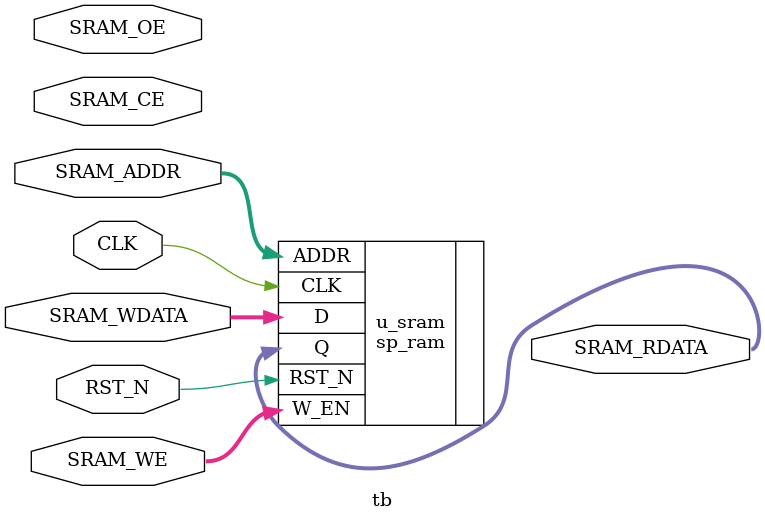
<source format=sv>
module tb #(
    parameter DATA_WIDTH = 32,
    parameter DEPTH = 12,
    localparam WE_WIDTH = DATA_WIDTH / 8,
    localparam _sram_addr_width = $clog2(DEPTH)
) (
    input CLK,
    input RST_N,

    input [_sram_addr_width-1:0] SRAM_ADDR,
    input SRAM_CE,
    input [WE_WIDTH-1:0] SRAM_WE,
    input SRAM_OE,
    input [DATA_WIDTH-1:0] SRAM_WDATA,
    output [DATA_WIDTH-1:0] SRAM_RDATA


);
  sp_ram #(
      .WIDTH(DATA_WIDTH),
      .DEPTH(DEPTH),
      .STRB_WIDTH(8)
  ) u_sram (
      .CLK  (CLK),
      .RST_N(RST_N),

      .ADDR(SRAM_ADDR),
      .D(SRAM_WDATA),
      .W_EN(SRAM_WE),
      .Q(SRAM_RDATA)
  );

endmodule


</source>
